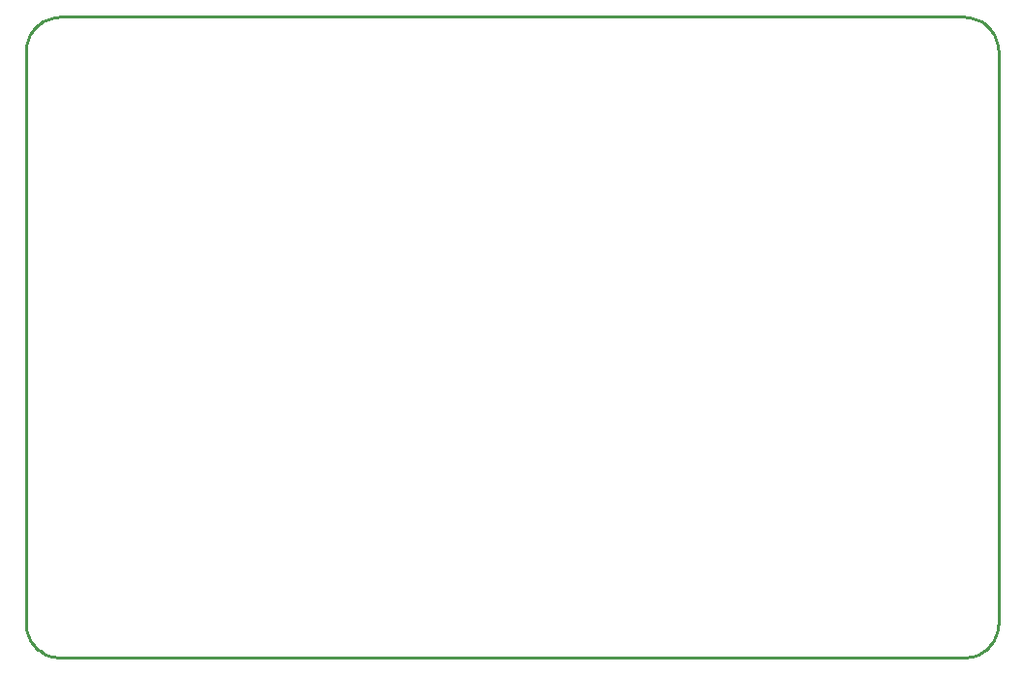
<source format=gbr>
G04 EAGLE Gerber RS-274X export*
G75*
%MOMM*%
%FSLAX34Y34*%
%LPD*%
%AMOC8*
5,1,8,0,0,1.08239X$1,22.5*%
G01*
%ADD10C,0.254000*%


D10*
X900Y31340D02*
X1014Y28725D01*
X1356Y26131D01*
X1922Y23575D01*
X2709Y21079D01*
X3711Y18661D01*
X4919Y16340D01*
X6325Y14133D01*
X7919Y12056D01*
X9687Y10127D01*
X11616Y8359D01*
X13693Y6765D01*
X15900Y5359D01*
X18221Y4151D01*
X20639Y3149D01*
X23135Y2362D01*
X25691Y1796D01*
X28285Y1454D01*
X30900Y1340D01*
X820900Y1340D01*
X823515Y1454D01*
X826109Y1796D01*
X828665Y2362D01*
X831161Y3149D01*
X833579Y4151D01*
X835900Y5359D01*
X838107Y6765D01*
X840184Y8359D01*
X842113Y10127D01*
X843881Y12056D01*
X845475Y14133D01*
X846881Y16340D01*
X848089Y18661D01*
X849091Y21079D01*
X849878Y23575D01*
X850444Y26131D01*
X850786Y28725D01*
X850900Y31340D01*
X850900Y531340D01*
X850786Y533955D01*
X850444Y536549D01*
X849878Y539105D01*
X849091Y541601D01*
X848089Y544019D01*
X846881Y546340D01*
X845475Y548547D01*
X843881Y550624D01*
X842113Y552553D01*
X840184Y554321D01*
X838107Y555915D01*
X835900Y557321D01*
X833579Y558529D01*
X831161Y559531D01*
X828665Y560318D01*
X826109Y560884D01*
X823515Y561226D01*
X820900Y561340D01*
X30900Y561340D01*
X28285Y561226D01*
X25691Y560884D01*
X23135Y560318D01*
X20639Y559531D01*
X18221Y558529D01*
X15900Y557321D01*
X13693Y555915D01*
X11616Y554321D01*
X9687Y552553D01*
X7919Y550624D01*
X6325Y548547D01*
X4919Y546340D01*
X3711Y544019D01*
X2709Y541601D01*
X1922Y539105D01*
X1356Y536549D01*
X1014Y533955D01*
X900Y531340D01*
X900Y157340D01*
X900Y31340D01*
M02*

</source>
